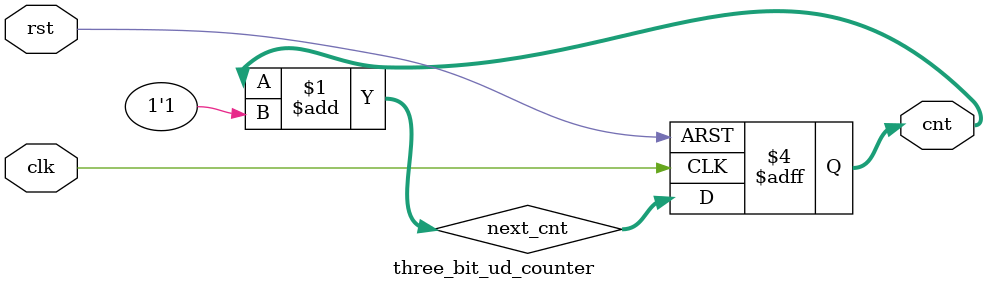
<source format=v>
`timescale 1ns / 1ps


module three_bit_ud_counter(cnt,clk,rst);
input clk,rst;
output [2:0]cnt;
reg [2:0]cnt;
wire [2:0]next_cnt;

assign next_cnt = cnt + 1'b1;
always @ (posedge clk or negedge rst)   
begin
    if(!rst)
    begin
    cnt <= 3'b0;
    end
    else
    begin
    cnt <= next_cnt;
    end
end
endmodule

</source>
